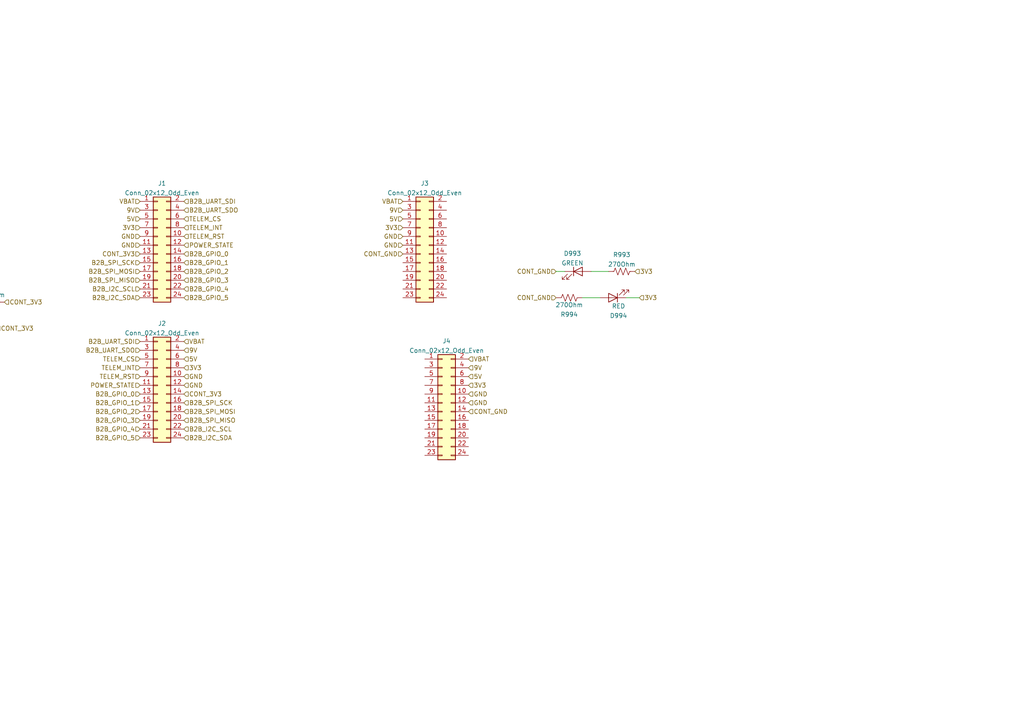
<source format=kicad_sch>
(kicad_sch (version 20211123) (generator eeschema)
  (paper "A4")
  (lib_symbols
    (symbol "Connector_Generic:Conn_02x12_Odd_Even" (pin_names (offset 1.016) hide)
      (property "Reference" "J" (at 1.27 15.24 0))
      (property "Value" "Conn_02x12_Odd_Even" (at 1.27 -17.78 0))
      (symbol "Conn_02x12_Odd_Even_1_1"
        (rectangle (start -1.27 -15.113) (end 0 -15.367) (stroke (width 0.1524)))
        (rectangle (start -1.27 -12.573) (end 0 -12.827) (stroke (width 0.1524)))
        (rectangle (start -1.27 -10.033) (end 0 -10.287) (stroke (width 0.1524)))
        (rectangle (start -1.27 -7.493) (end 0 -7.747) (stroke (width 0.1524)))
        (rectangle (start -1.27 -4.953) (end 0 -5.207) (stroke (width 0.1524)))
        (rectangle (start -1.27 -2.413) (end 0 -2.667) (stroke (width 0.1524)))
        (rectangle (start -1.27 0.127) (end 0 -0.127) (stroke (width 0.1524)))
        (rectangle (start -1.27 2.667) (end 0 2.413) (stroke (width 0.1524)))
        (rectangle (start -1.27 5.207) (end 0 4.953) (stroke (width 0.1524)))
        (rectangle (start -1.27 7.747) (end 0 7.493) (stroke (width 0.1524)))
        (rectangle (start -1.27 10.287) (end 0 10.033) (stroke (width 0.1524)))
        (rectangle (start -1.27 12.827) (end 0 12.573) (stroke (width 0.1524)))
        (rectangle (start -1.27 13.97) (end 3.81 -16.51) (stroke (width 0.254)) (fill (type background)))
        (rectangle (start 3.81 -15.113) (end 2.54 -15.367) (stroke (width 0.1524)))
        (rectangle (start 3.81 -12.573) (end 2.54 -12.827) (stroke (width 0.1524)))
        (rectangle (start 3.81 -10.033) (end 2.54 -10.287) (stroke (width 0.1524)))
        (rectangle (start 3.81 -7.493) (end 2.54 -7.747) (stroke (width 0.1524)))
        (rectangle (start 3.81 -4.953) (end 2.54 -5.207) (stroke (width 0.1524)))
        (rectangle (start 3.81 -2.413) (end 2.54 -2.667) (stroke (width 0.1524)))
        (rectangle (start 3.81 0.127) (end 2.54 -0.127) (stroke (width 0.1524)))
        (rectangle (start 3.81 2.667) (end 2.54 2.413) (stroke (width 0.1524)))
        (rectangle (start 3.81 5.207) (end 2.54 4.953) (stroke (width 0.1524)))
        (rectangle (start 3.81 7.747) (end 2.54 7.493) (stroke (width 0.1524)))
        (rectangle (start 3.81 10.287) (end 2.54 10.033) (stroke (width 0.1524)))
        (rectangle (start 3.81 12.827) (end 2.54 12.573) (stroke (width 0.1524)))
        (pin passive line (at -5.08 12.7 0) (length 3.81) (name "Pin_1") (number "1"))
        (pin passive line (at 7.62 2.54 180) (length 3.81) (name "Pin_10") (number "10"))
        (pin passive line (at -5.08 0 0) (length 3.81) (name "Pin_11") (number "11"))
        (pin passive line (at 7.62 0 180) (length 3.81) (name "Pin_12") (number "12"))
        (pin passive line (at -5.08 -2.54 0) (length 3.81) (name "Pin_13") (number "13"))
        (pin passive line (at 7.62 -2.54 180) (length 3.81) (name "Pin_14") (number "14"))
        (pin passive line (at -5.08 -5.08 0) (length 3.81) (name "Pin_15") (number "15"))
        (pin passive line (at 7.62 -5.08 180) (length 3.81) (name "Pin_16") (number "16"))
        (pin passive line (at -5.08 -7.62 0) (length 3.81) (name "Pin_17") (number "17"))
        (pin passive line (at 7.62 -7.62 180) (length 3.81) (name "Pin_18") (number "18"))
        (pin passive line (at -5.08 -10.16 0) (length 3.81) (name "Pin_19") (number "19"))
        (pin passive line (at 7.62 12.7 180) (length 3.81) (name "Pin_2") (number "2"))
        (pin passive line (at 7.62 -10.16 180) (length 3.81) (name "Pin_20") (number "20"))
        (pin passive line (at -5.08 -12.7 0) (length 3.81) (name "Pin_21") (number "21"))
        (pin passive line (at 7.62 -12.7 180) (length 3.81) (name "Pin_22") (number "22"))
        (pin passive line (at -5.08 -15.24 0) (length 3.81) (name "Pin_23") (number "23"))
        (pin passive line (at 7.62 -15.24 180) (length 3.81) (name "Pin_24") (number "24"))
        (pin passive line (at -5.08 10.16 0) (length 3.81) (name "Pin_3") (number "3"))
        (pin passive line (at 7.62 10.16 180) (length 3.81) (name "Pin_4") (number "4"))
        (pin passive line (at -5.08 7.62 0) (length 3.81) (name "Pin_5") (number "5"))
        (pin passive line (at 7.62 7.62 180) (length 3.81) (name "Pin_6") (number "6"))
        (pin passive line (at -5.08 5.08 0) (length 3.81) (name "Pin_7") (number "7"))
        (pin passive line (at 7.62 5.08 180) (length 3.81) (name "Pin_8") (number "8"))
        (pin passive line (at -5.08 2.54 0) (length 3.81) (name "Pin_9") (number "9"))
      )
    )
    (symbol "D24V50F5:LED" (pin_numbers hide) (pin_names (offset 1.016) hide)
      (property "Reference" "D" (at 0 2.54 0))
      (property "Value" "LED" (at 0 -2.54 0))
      (symbol "LED_0_1"
        (polyline (pts (xy -1.27 -1.27) (xy -1.27 1.27)) (stroke (width 0.2032)))
        (polyline (pts (xy -1.27 0) (xy 1.27 0)))
        (polyline (pts (xy 1.27 -1.27) (xy 1.27 1.27) (xy -1.27 0) (xy 1.27 -1.27)) (stroke (width 0.2032)))
        (polyline (pts (xy -3.048 -0.762) (xy -4.572 -2.286) (xy -3.81 -2.286) (xy -4.572 -2.286) (xy -4.572 -1.524)))
        (polyline (pts (xy -1.778 -0.762) (xy -3.302 -2.286) (xy -2.54 -2.286) (xy -3.302 -2.286) (xy -3.302 -1.524)))
      )
      (symbol "LED_1_1"
        (pin passive line (at -3.81 0 0) (length 2.54) (name "K") (number "1"))
        (pin passive line (at 3.81 0 180) (length 2.54) (name "A") (number "2"))
      )
    )
    (symbol "D24V50F5:R_US" (pin_numbers hide) (pin_names (offset 0))
      (property "Reference" "R" (at 2.54 0 90))
      (property "Value" "R_US" (at -2.54 0 90))
      (symbol "R_US_0_1"
        (polyline (pts (xy 0 -2.286) (xy 0 -2.54)))
        (polyline (pts (xy 0 2.286) (xy 0 2.54)))
        (polyline (pts (xy 0 -0.762) (xy 1.016 -1.143) (xy 0 -1.524) (xy -1.016 -1.905) (xy 0 -2.286)))
        (polyline (pts (xy 0 0.762) (xy 1.016 0.381) (xy 0 0) (xy -1.016 -0.381) (xy 0 -0.762)))
        (polyline (pts (xy 0 2.286) (xy 1.016 1.905) (xy 0 1.524) (xy -1.016 1.143) (xy 0 0.762)))
      )
      (symbol "R_US_1_1"
        (pin passive line (at 0 3.81 270) (length 1.27) (name "~") (number "1"))
        (pin passive line (at 0 -3.81 90) (length 1.27) (name "~") (number "2"))
      )
    )
  )
  (wire (pts (xy 185.42 86.36) (xy 181.61 86.36)))
  (wire (pts (xy 161.29 78.74) (xy 163.83 78.74)))
  (wire (pts (xy -21.59 87.63) (xy -19.05 87.63)))
  (wire (pts (xy -13.97 95.25) (xy -8.89 95.25)))
  (wire (pts (xy 168.91 86.36) (xy 173.99 86.36)))
  (wire (pts (xy -6.35 87.63) (xy -11.43 87.63)))
  (wire (pts (xy 176.53 78.74) (xy 171.45 78.74)))
  (hierarchical_label "GND" (shape input) (at 135.89 114.3 0))
  (hierarchical_label "GND" (shape input) (at 40.64 71.12 180))
  (hierarchical_label "TELEM_RST" (shape input) (at 53.34 68.58 0))
  (hierarchical_label "B2B_GPIO_0" (shape input) (at 53.34 73.66 0))
  (hierarchical_label "B2B_GPIO_4" (shape input) (at 40.64 124.46 180))
  (hierarchical_label "B2B_GPIO_2" (shape input) (at 53.34 78.74 0))
  (hierarchical_label "GND" (shape input) (at 116.84 68.58 180))
  (hierarchical_label "B2B_GPIO_1" (shape input) (at 53.34 76.2 0))
  (hierarchical_label "CONT_GND" (shape input) (at 116.84 73.66 180))
  (hierarchical_label "B2B_SPI_MISO" (shape input) (at 53.34 121.92 0))
  (hierarchical_label "TELEM_CS" (shape input) (at 53.34 63.5 0))
  (hierarchical_label "B2B_I2C_SDA" (shape input) (at 40.64 86.36 180))
  (hierarchical_label "B2B_GPIO_0" (shape input) (at 40.64 114.3 180))
  (hierarchical_label "5V" (shape input) (at 53.34 104.14 0))
  (hierarchical_label "5V" (shape input) (at 116.84 63.5 180))
  (hierarchical_label "B2B_GPIO_2" (shape input) (at 40.64 119.38 180))
  (hierarchical_label "TELEM_INT" (shape input) (at 53.34 66.04 0))
  (hierarchical_label "TELEM_INT" (shape input) (at 40.64 106.68 180))
  (hierarchical_label "CONT_3V3" (shape input) (at 53.34 114.3 0))
  (hierarchical_label "POWER_STATE" (shape input) (at 53.34 71.12 0))
  (hierarchical_label "5V" (shape input) (at 40.64 63.5 180))
  (hierarchical_label "VBAT" (shape input) (at 40.64 58.42 180))
  (hierarchical_label "3V3" (shape input) (at 40.64 66.04 180))
  (hierarchical_label "B2B_SPI_SCK" (shape input) (at 40.64 76.2 180))
  (hierarchical_label "3V3" (shape input) (at -21.59 95.25 180))
  (hierarchical_label "TELEM_CS" (shape input) (at 40.64 104.14 180))
  (hierarchical_label "3V3" (shape input) (at 184.15 78.74 0))
  (hierarchical_label "CONT_GND" (shape input) (at 161.29 78.74 180))
  (hierarchical_label "9V" (shape input) (at 135.89 106.68 0))
  (hierarchical_label "VBAT" (shape input) (at 53.34 99.06 0))
  (hierarchical_label "CONT_GND" (shape input) (at 135.89 119.38 0))
  (hierarchical_label "CONT_3V3" (shape input) (at 1.27 87.63 0))
  (hierarchical_label "POWER_STATE" (shape input) (at 40.64 111.76 180))
  (hierarchical_label "3V3" (shape input) (at 135.89 111.76 0))
  (hierarchical_label "3V3" (shape input) (at 116.84 66.04 180))
  (hierarchical_label "GND" (shape input) (at 116.84 71.12 180))
  (hierarchical_label "B2B_I2C_SCL" (shape input) (at 53.34 124.46 0))
  (hierarchical_label "VBAT" (shape input) (at 135.89 104.14 0))
  (hierarchical_label "B2B_I2C_SCL" (shape input) (at 40.64 83.82 180))
  (hierarchical_label "B2B_SPI_MOSI" (shape input) (at 53.34 119.38 0))
  (hierarchical_label "GND" (shape input) (at 135.89 116.84 0))
  (hierarchical_label "B2B_I2C_SDA" (shape input) (at 53.34 127 0))
  (hierarchical_label "9V" (shape input) (at 40.64 60.96 180))
  (hierarchical_label "3V3" (shape input) (at 53.34 106.68 0))
  (hierarchical_label "TELEM_RST" (shape input) (at 40.64 109.22 180))
  (hierarchical_label "B2B_UART_SDO" (shape input) (at 53.34 60.96 0))
  (hierarchical_label "VBAT" (shape input) (at 116.84 58.42 180))
  (hierarchical_label "5V" (shape input) (at 135.89 109.22 0))
  (hierarchical_label "CONT_GND" (shape input) (at 161.29 86.36 180))
  (hierarchical_label "B2B_UART_SDI" (shape input) (at 40.64 99.06 180))
  (hierarchical_label "GND" (shape input) (at 53.34 109.22 0))
  (hierarchical_label "B2B_UART_SDI" (shape input) (at 53.34 58.42 0))
  (hierarchical_label "CONT_3V3" (shape input) (at 40.64 73.66 180))
  (hierarchical_label "GND" (shape input) (at -21.59 87.63 180))
  (hierarchical_label "B2B_SPI_MOSI" (shape input) (at 40.64 78.74 180))
  (hierarchical_label "B2B_GPIO_3" (shape input) (at 53.34 81.28 0))
  (hierarchical_label "CONT_3V3" (shape input) (at -1.27 95.25 0))
  (hierarchical_label "B2B_GPIO_3" (shape input) (at 40.64 121.92 180))
  (hierarchical_label "B2B_SPI_SCK" (shape input) (at 53.34 116.84 0))
  (hierarchical_label "GND" (shape input) (at 40.64 68.58 180))
  (hierarchical_label "B2B_SPI_MISO" (shape input) (at 40.64 81.28 180))
  (hierarchical_label "GND" (shape input) (at 53.34 111.76 0))
  (hierarchical_label "B2B_GPIO_1" (shape input) (at 40.64 116.84 180))
  (hierarchical_label "9V" (shape input) (at 53.34 101.6 0))
  (hierarchical_label "9V" (shape input) (at 116.84 60.96 180))
  (hierarchical_label "B2B_GPIO_4" (shape input) (at 53.34 83.82 0))
  (hierarchical_label "B2B_GPIO_5" (shape input) (at 53.34 86.36 0))
  (hierarchical_label "3V3" (shape input) (at 185.42 86.36 0))
  (hierarchical_label "B2B_GPIO_5" (shape input) (at 40.64 127 180))
  (hierarchical_label "B2B_UART_SDO" (shape input) (at 40.64 101.6 180))
  (symbol (lib_id "D24V50F5:LED") (at -5.08 95.25 180) (unit 1)
    (property "Reference" "D992" (at -3.4798 100.4611 0))
    (property "Value" "RED" (at -3.4798 97.686 0))
    (property "Footprint" "LED_SMD:LED_0805_2012Metric" (effects hide))
  )
  (symbol (lib_id "Connector_Generic:Conn_02x12_Odd_Even") (at 121.92 71.12 0) (unit 1)
    (property "Reference" "J3" (at 123.19 53.1835 0))
    (property "Value" "Conn_02x12_Odd_Even" (at 123.19 55.9586 0))
    (property "Footprint" "Connector_PinHeader_2.54mm:PinHeader_2x12_P2.54mm_Vertical_SMD" (effects hide))
  )
  (symbol (lib_id "D24V50F5:LED") (at 177.8 86.36 180) (unit 1)
    (property "Reference" "D994" (at 179.4002 91.5711 0))
    (property "Value" "RED" (at 179.4002 88.796 0))
    (property "Footprint" "LED_SMD:LED_0805_2012Metric" (effects hide))
  )
  (symbol (lib_id "D24V50F5:R_US") (at -17.78 95.25 270) (unit 1)
    (property "Reference" "R992" (at -17.78 100.1055 90))
    (property "Value" "270Ohm" (at -17.78 97.3304 90))
    (property "Footprint" "Resistor_SMD:R_0805_2012Metric" (effects hide))
  )
  (symbol (lib_id "D24V50F5:LED") (at 167.64 78.74 0) (unit 1)
    (property "Reference" "D993" (at 166.0398 73.5289 0))
    (property "Value" "GREEN" (at 166.0398 76.304 0))
    (property "Footprint" "LED_SMD:LED_0805_2012Metric" (effects hide))
  )
  (symbol (lib_id "D24V50F5:R_US") (at 165.1 86.36 270) (unit 1)
    (property "Reference" "R994" (at 165.1 91.2155 90))
    (property "Value" "270Ohm" (at 165.1 88.4404 90))
    (property "Footprint" "Resistor_SMD:R_0805_2012Metric" (effects hide))
  )
  (symbol (lib_id "D24V50F5:R_US") (at 180.34 78.74 90) (unit 1)
    (property "Reference" "R993" (at 180.34 73.8845 90))
    (property "Value" "270Ohm" (at 180.34 76.6596 90))
    (property "Footprint" "Resistor_SMD:R_0805_2012Metric" (effects hide))
  )
  (symbol (lib_id "D24V50F5:R_US") (at -2.54 87.63 90) (unit 1)
    (property "Reference" "R991" (at -2.54 82.7745 90))
    (property "Value" "270Ohm" (at -2.54 85.5496 90))
    (property "Footprint" "Resistor_SMD:R_0805_2012Metric" (effects hide))
  )
  (symbol (lib_id "Connector_Generic:Conn_02x12_Odd_Even") (at 45.72 71.12 0) (unit 1)
    (property "Reference" "J1" (at 46.99 53.1835 0))
    (property "Value" "Conn_02x12_Odd_Even" (at 46.99 55.9586 0))
    (property "Footprint" "Connector_PinHeader_2.54mm:PinHeader_2x12_P2.54mm_Vertical_SMD" (effects hide))
  )
  (symbol (lib_id "D24V50F5:LED") (at -15.24 87.63 0) (unit 1)
    (property "Reference" "D991" (at -16.8402 82.4189 0))
    (property "Value" "GREEN" (at -16.8402 85.194 0))
    (property "Footprint" "LED_SMD:LED_0805_2012Metric" (effects hide))
  )
  (symbol (lib_id "Connector_Generic:Conn_02x12_Odd_Even") (at 45.72 111.76 0) (unit 1)
    (property "Reference" "J2" (at 46.99 93.8235 0))
    (property "Value" "Conn_02x12_Odd_Even" (at 46.99 96.5986 0))
    (property "Footprint" "Connector_PinHeader_2.54mm:PinHeader_2x12_P2.54mm_Vertical_SMD" (effects hide))
  )
  (symbol (lib_id "Connector_Generic:Conn_02x12_Odd_Even") (at 128.27 116.84 0) (unit 1)
    (property "Reference" "J4" (at 129.54 98.9035 0))
    (property "Value" "Conn_02x12_Odd_Even" (at 129.54 101.6786 0))
    (property "Footprint" "Connector_PinHeader_2.54mm:PinHeader_2x12_P2.54mm_Vertical_SMD" (effects hide))
  )
)
</source>
